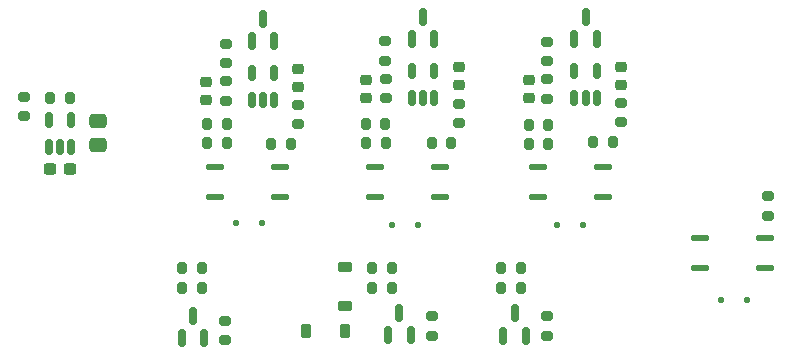
<source format=gbr>
%TF.GenerationSoftware,KiCad,Pcbnew,7.0.11-rc3*%
%TF.CreationDate,2025-03-16T23:30:22+08:00*%
%TF.ProjectId,SDC 2,53444320-322e-46b6-9963-61645f706362,rev?*%
%TF.SameCoordinates,Original*%
%TF.FileFunction,Paste,Bot*%
%TF.FilePolarity,Positive*%
%FSLAX46Y46*%
G04 Gerber Fmt 4.6, Leading zero omitted, Abs format (unit mm)*
G04 Created by KiCad (PCBNEW 7.0.11-rc3) date 2025-03-16 23:30:22*
%MOMM*%
%LPD*%
G01*
G04 APERTURE LIST*
G04 Aperture macros list*
%AMRoundRect*
0 Rectangle with rounded corners*
0 $1 Rounding radius*
0 $2 $3 $4 $5 $6 $7 $8 $9 X,Y pos of 4 corners*
0 Add a 4 corners polygon primitive as box body*
4,1,4,$2,$3,$4,$5,$6,$7,$8,$9,$2,$3,0*
0 Add four circle primitives for the rounded corners*
1,1,$1+$1,$2,$3*
1,1,$1+$1,$4,$5*
1,1,$1+$1,$6,$7*
1,1,$1+$1,$8,$9*
0 Add four rect primitives between the rounded corners*
20,1,$1+$1,$2,$3,$4,$5,0*
20,1,$1+$1,$4,$5,$6,$7,0*
20,1,$1+$1,$6,$7,$8,$9,0*
20,1,$1+$1,$8,$9,$2,$3,0*%
G04 Aperture macros list end*
%ADD10RoundRect,0.200000X-0.275000X0.200000X-0.275000X-0.200000X0.275000X-0.200000X0.275000X0.200000X0*%
%ADD11RoundRect,0.250000X-0.475000X0.337500X-0.475000X-0.337500X0.475000X-0.337500X0.475000X0.337500X0*%
%ADD12RoundRect,0.225000X-0.250000X0.225000X-0.250000X-0.225000X0.250000X-0.225000X0.250000X0.225000X0*%
%ADD13RoundRect,0.200000X0.200000X0.275000X-0.200000X0.275000X-0.200000X-0.275000X0.200000X-0.275000X0*%
%ADD14RoundRect,0.200000X0.275000X-0.200000X0.275000X0.200000X-0.275000X0.200000X-0.275000X-0.200000X0*%
%ADD15RoundRect,0.150000X0.150000X-0.587500X0.150000X0.587500X-0.150000X0.587500X-0.150000X-0.587500X0*%
%ADD16RoundRect,0.225000X0.375000X-0.225000X0.375000X0.225000X-0.375000X0.225000X-0.375000X-0.225000X0*%
%ADD17RoundRect,0.200000X-0.200000X-0.275000X0.200000X-0.275000X0.200000X0.275000X-0.200000X0.275000X0*%
%ADD18RoundRect,0.137500X0.587500X0.137500X-0.587500X0.137500X-0.587500X-0.137500X0.587500X-0.137500X0*%
%ADD19RoundRect,0.125000X0.125000X0.125000X-0.125000X0.125000X-0.125000X-0.125000X0.125000X-0.125000X0*%
%ADD20RoundRect,0.150000X0.150000X-0.512500X0.150000X0.512500X-0.150000X0.512500X-0.150000X-0.512500X0*%
%ADD21RoundRect,0.225000X-0.225000X-0.375000X0.225000X-0.375000X0.225000X0.375000X-0.225000X0.375000X0*%
%ADD22RoundRect,0.237500X-0.300000X-0.237500X0.300000X-0.237500X0.300000X0.237500X-0.300000X0.237500X0*%
G04 APERTURE END LIST*
D10*
%TO.C,R24*%
X86330000Y-63250000D03*
X86330000Y-64900000D03*
%TD*%
D11*
%TO.C,C15*%
X62000000Y-66825000D03*
X62000000Y-68900000D03*
%TD*%
D12*
%TO.C,C9*%
X84686320Y-63337500D03*
X84686320Y-64887500D03*
%TD*%
D13*
%TO.C,R13*%
X72875000Y-67100000D03*
X71225000Y-67100000D03*
%TD*%
D14*
%TO.C,R30*%
X90250000Y-85000000D03*
X90250000Y-83350000D03*
%TD*%
D15*
%TO.C,Q2*%
X104200000Y-59875000D03*
X102300000Y-59875000D03*
X103250000Y-58000000D03*
%TD*%
D10*
%TO.C,R9*%
X99970000Y-60112500D03*
X99970000Y-61762500D03*
%TD*%
D16*
%TO.C,D7*%
X82850000Y-82500000D03*
X82850000Y-79200000D03*
%TD*%
D17*
%TO.C,R28*%
X84675000Y-68700000D03*
X86325000Y-68700000D03*
%TD*%
D18*
%TO.C,U7*%
X90950000Y-70730000D03*
X90950000Y-73270000D03*
X85450000Y-73270000D03*
X85450000Y-70730000D03*
%TD*%
D14*
%TO.C,R12*%
X106250000Y-66925000D03*
X106250000Y-65275000D03*
%TD*%
D19*
%TO.C,D12*%
X89050000Y-75600000D03*
X86850000Y-75600000D03*
%TD*%
D13*
%TO.C,R14*%
X100075000Y-67200000D03*
X98425000Y-67200000D03*
%TD*%
D10*
%TO.C,R23*%
X86250000Y-60075000D03*
X86250000Y-61725000D03*
%TD*%
D20*
%TO.C,U9*%
X59700000Y-69000000D03*
X58750000Y-69000000D03*
X57800000Y-69000000D03*
X57800000Y-66725000D03*
X59700000Y-66725000D03*
%TD*%
D17*
%TO.C,R16*%
X98425000Y-68800000D03*
X100075000Y-68800000D03*
%TD*%
D18*
%TO.C,U2*%
X104700000Y-70730000D03*
X104700000Y-73270000D03*
X99200000Y-73270000D03*
X99200000Y-70730000D03*
%TD*%
D12*
%TO.C,C2*%
X98436320Y-63337500D03*
X98436320Y-64887500D03*
%TD*%
D17*
%TO.C,R6*%
X96100000Y-81000000D03*
X97750000Y-81000000D03*
%TD*%
D13*
%TO.C,R1*%
X70750000Y-79250000D03*
X69100000Y-79250000D03*
%TD*%
%TO.C,R31*%
X59575000Y-64862500D03*
X57925000Y-64862500D03*
%TD*%
D15*
%TO.C,Q3*%
X70950000Y-85187500D03*
X69050000Y-85187500D03*
X70000000Y-83312500D03*
%TD*%
%TO.C,Q5*%
X98200000Y-85000000D03*
X96300000Y-85000000D03*
X97250000Y-83125000D03*
%TD*%
D14*
%TO.C,R32*%
X55750000Y-66437500D03*
X55750000Y-64787500D03*
%TD*%
D18*
%TO.C,U1*%
X77400000Y-70730000D03*
X77400000Y-73270000D03*
X71900000Y-73270000D03*
X71900000Y-70730000D03*
%TD*%
D15*
%TO.C,Q6*%
X88450000Y-84925000D03*
X86550000Y-84925000D03*
X87500000Y-83050000D03*
%TD*%
D10*
%TO.C,R7*%
X72850000Y-60300000D03*
X72850000Y-61950000D03*
%TD*%
D13*
%TO.C,R4*%
X105575000Y-68600000D03*
X103925000Y-68600000D03*
%TD*%
D15*
%TO.C,Q4*%
X90450000Y-59875000D03*
X88550000Y-59875000D03*
X89500000Y-58000000D03*
%TD*%
D12*
%TO.C,C10*%
X78950000Y-62387500D03*
X78950000Y-63937500D03*
%TD*%
D10*
%TO.C,R8*%
X72850000Y-63475000D03*
X72850000Y-65125000D03*
%TD*%
D20*
%TO.C,U4*%
X104200000Y-64862500D03*
X103250000Y-64862500D03*
X102300000Y-64862500D03*
X102300000Y-62587500D03*
X104200000Y-62587500D03*
%TD*%
D14*
%TO.C,R25*%
X72750000Y-85387500D03*
X72750000Y-83737500D03*
%TD*%
D17*
%TO.C,R15*%
X71225000Y-68700000D03*
X72875000Y-68700000D03*
%TD*%
D20*
%TO.C,U8*%
X90450000Y-64862500D03*
X89500000Y-64862500D03*
X88550000Y-64862500D03*
X88550000Y-62587500D03*
X90450000Y-62587500D03*
%TD*%
D21*
%TO.C,D6*%
X79550000Y-84600000D03*
X82850000Y-84600000D03*
%TD*%
D19*
%TO.C,D11*%
X116912500Y-82000000D03*
X114712500Y-82000000D03*
%TD*%
D13*
%TO.C,R3*%
X78275000Y-68800000D03*
X76625000Y-68800000D03*
%TD*%
D14*
%TO.C,R29*%
X100000000Y-85000000D03*
X100000000Y-83350000D03*
%TD*%
D19*
%TO.C,D3*%
X75850000Y-75500000D03*
X73650000Y-75500000D03*
%TD*%
D20*
%TO.C,U3*%
X76900000Y-65025000D03*
X75950000Y-65025000D03*
X75000000Y-65025000D03*
X75000000Y-62750000D03*
X76900000Y-62750000D03*
%TD*%
D10*
%TO.C,R10*%
X99970000Y-63287500D03*
X99970000Y-64937500D03*
%TD*%
D15*
%TO.C,Q1*%
X76900000Y-60037500D03*
X75000000Y-60037500D03*
X75950000Y-58162500D03*
%TD*%
D13*
%TO.C,R21*%
X91875000Y-68700000D03*
X90225000Y-68700000D03*
%TD*%
D17*
%TO.C,R22*%
X85175000Y-81000000D03*
X86825000Y-81000000D03*
%TD*%
D13*
%TO.C,R27*%
X86275000Y-67100000D03*
X84625000Y-67100000D03*
%TD*%
D12*
%TO.C,C4*%
X106250000Y-62225000D03*
X106250000Y-63775000D03*
%TD*%
D17*
%TO.C,R5*%
X69100000Y-81000000D03*
X70750000Y-81000000D03*
%TD*%
D19*
%TO.C,D4*%
X103050000Y-75600000D03*
X100850000Y-75600000D03*
%TD*%
D14*
%TO.C,R20*%
X118691180Y-74866180D03*
X118691180Y-73216180D03*
%TD*%
D12*
%TO.C,C3*%
X92500000Y-62225000D03*
X92500000Y-63775000D03*
%TD*%
D22*
%TO.C,C14*%
X57887500Y-70862500D03*
X59612500Y-70862500D03*
%TD*%
D12*
%TO.C,C1*%
X71136320Y-63500000D03*
X71136320Y-65050000D03*
%TD*%
D14*
%TO.C,R11*%
X78950000Y-67125000D03*
X78950000Y-65475000D03*
%TD*%
%TO.C,R26*%
X92500000Y-67025000D03*
X92500000Y-65375000D03*
%TD*%
D18*
%TO.C,U6*%
X118441180Y-76771180D03*
X118441180Y-79311180D03*
X112941180Y-79311180D03*
X112941180Y-76771180D03*
%TD*%
D13*
%TO.C,R17*%
X86825000Y-79250000D03*
X85175000Y-79250000D03*
%TD*%
%TO.C,R2*%
X97750000Y-79250000D03*
X96100000Y-79250000D03*
%TD*%
M02*

</source>
